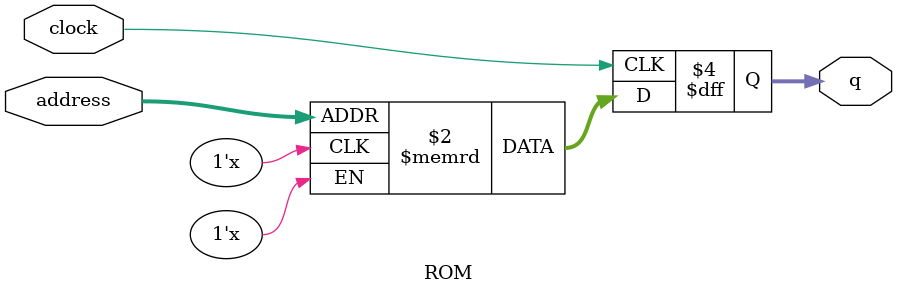
<source format=v>
module ROM
  (
   input                   clock,
   input [A_WIDTH-1:0]     address, 
   output reg [D_WIDTH-1:0] q
);

   parameter D_WIDTH = 8;
   parameter A_WIDTH = 12;
   parameter MEM_INIT_FILE = "";
   
   reg [D_WIDTH-1:0] rom [0:2**A_WIDTH-1];

   initial
     if (MEM_INIT_FILE != "")
       $readmemh(MEM_INIT_FILE, rom);
   
   always @(posedge clock)
     q <= rom[address];
   
endmodule

</source>
